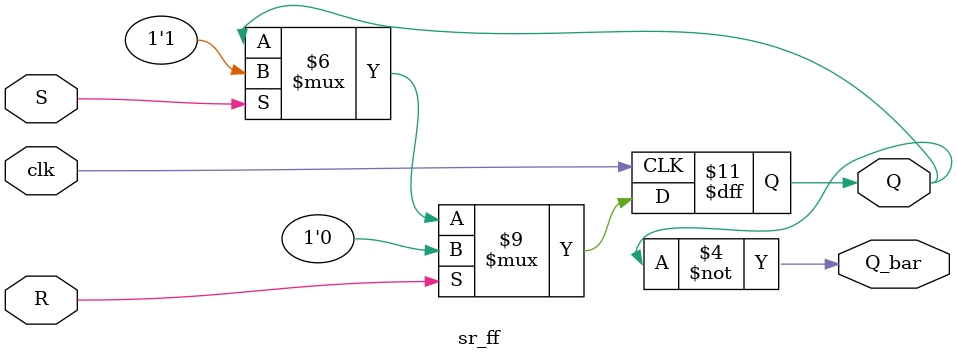
<source format=v>
module sr_ff(
    input S,
    input R,
    input clk,
    output reg Q,
    output reg Q_bar
);

always @(posedge clk) begin
    if (R == 1'b1) begin
        Q <= 1'b0;
    end else if (S == 1'b1) begin
        Q <= 1'b1;
    end else begin
        Q <= Q;
    end
end

assign Q_bar = ~Q;

endmodule


</source>
